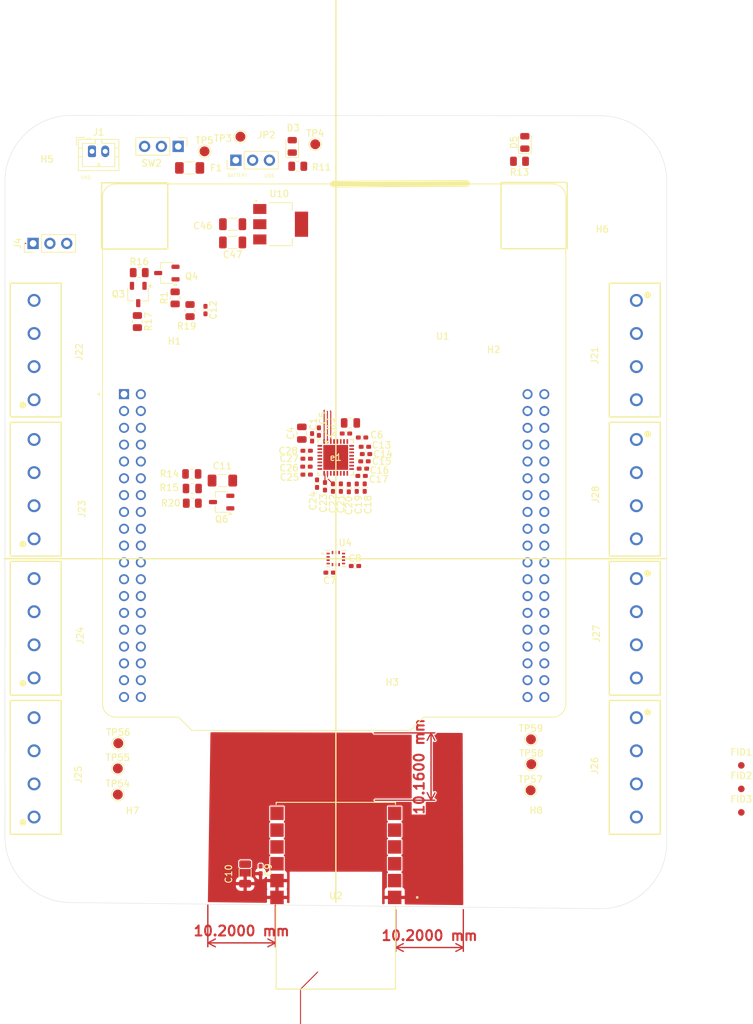
<source format=kicad_pcb>
(kicad_pcb (version 20241229) (generator "pcbnew") (generator_version "9.0")
  (layers (0 "F.Cu" signal) (4 "In1.Cu" signal) (6 "In2.Cu" signal) (2 "B.Cu" signal) (13 "F.Paste" user) (15 "B.Paste" user) (5 "F.SilkS" user "F.Silkscreen") (7 "B.SilkS" user "B.Silkscreen") (1 "F.Mask" user) (3 "B.Mask" user) (25 "Edge.Cuts" user))
  (net 0 "")
  (net 1 "+3.3V")
  (net 2 "GND")
  (net 3 "Net-(e1-REGCAPD)")
  (net 4 "Net-(e1-REGCAPA)")
  (net 5 "+5V")
  (net 6 "+V_batt")
  (net 7 "Net-(J4-Pin_1)")
  (net 8 "/Application/AIN10")
  (net 9 "Net-(Q3-D)")
  (net 10 "/PC0_ADC12_IN10")
  (net 11 "/Application/AIN5")
  (net 12 "/Application/AIN15")
  (net 13 "/PB13_SPI2_SCK")
  (net 14 "+5V_External_LDO")
  (net 15 "+5V_USB")
  (net 16 "/Application/AIN9")
  (net 17 "Net-(J4-Pin_2)")
  (net 18 "/Application/AIN3")
  (net 19 "/Application/AIN4")
  (net 20 "/Application/AIN0")
  (net 21 "/PB14_SPI2_MISO")
  (net 22 "Net-(J4-Pin_3)")
  (net 23 "/Application/AIN12")
  (net 24 "/PC3_GPIO")
  (net 25 "/Application/AIN14")
  (net 26 "/Application/AIN8")
  (net 27 "/Application/AIN6")
  (net 28 "/PB15_SPI2_MOSI")
  (net 29 "Net-(Q4-D)")
  (net 30 "/Application/AIN1")
  (net 31 "/Application/AIN7")
  (net 32 "/Application/AIN2")
  (net 33 "/Application/AIN11")
  (net 34 "/Application/AIN13")
  (net 35 "/PA0_GPIO")
  (net 36 "/PA1_GPIO")
  (net 37 "Net-(SW2-K)")
  (net 41 "/PB0_GPIO")
  (net 43 "/PC4_GPIO")
  (net 44 "/PC2_GPIO")
  (net 46 "/PB2_GPIO")
  (net 47 "/PB1_GPIO")
  (net 49 "/PC1_GPIO")
  (net 52 "Net-(Q6-S)")
  (net 53 "/Application/+StrainV")
  (net 59 "/Controller1/AVDD_NUCLEO")
  (net 60 "/Controller1/PB6{slash}LPTIM1_ETR{slash}TIM4_CH1{slash}TIM8_BKIN2{slash}I2C1_SCL{slash}DFSDM1_DATIN5{slash}USART1_TX{slash}COMP2_INP")
  (net 61 "/Controller1/PB8{slash}TIM4_CH3{slash}I2C1_SCL{slash}DFSDM1_DATIN6")
  (net 62 "/Controller1/PA3{slash}TIM2_CH4{slash}TIM5_CH4{slash}USART2_RX{slash}OPAMP1_VOUT{slash}ADC12_IN8")
  (net 63 "/Controller1/PB3{slash}JTDO-TRACESWO{slash}TIM2_CH2{slash}SPI1_SCK{slash}SPI3_SCK{slash}USART1_RTS_DE{slash}COMP2_INM")
  (net 64 "/Controller1/PA12{slash}TIM1_ETR{slash}USART1_RTS_DE")
  (net 65 "/Controller1/PA13{slash}JTMS-SWDIO{slash}IR_OUT")
  (net 66 "/Controller1/PA7{slash}TIM1_CH1N{slash}TIM3_CH2{slash}TIM8_CH1N{slash}SPI1_MOSI{slash}OPAMP2_VINM{slash}ADC12_IN12")
  (net 67 "/Controller1/PB11{slash}TIM2_CH4{slash}I2C2_SDA{slash}DFSDM1_CKIN7{slash}USART3_RX")
  (net 68 "/Controller1/PD2{slash}TIM3_ETR{slash}USART3_RTS_DE")
  (net 69 "/Controller1/PB5{slash}LPTIM1_IN1{slash}TIM3_CH2{slash}I2C1_SMBA{slash}SPI1_MOSI{slash}SPI3_MOSI{slash}USART1_CK")
  (net 70 "/Controller1/PC10{slash}SPI3_SCK{slash}USART3_TX")
  (net 71 "/Controller1/PA8{slash}MCO{slash}TIM1_CH1{slash}USART1_CK")
  (net 72 "/Controller1/VBAT_PIN_NUCLEO")
  (net 73 "/Controller1/PA5_LED2{slash}TIM2_CH1{slash}TIM2_ETR{slash}TIM8_CH1N{slash}SPI1_SCK{slash}ADC12_IN10{slash}DAC1_OUT2")
  (net 74 "/Controller1/PB10{slash}TIM2_CH3{slash}I2C2_SCL{slash}SPI2_SCK{slash}DFSDM1_DATIN7{slash}USART3_TX")
  (net 75 "/Controller1/PC12{slash}SPI3_MOSI{slash}USART3_CK")
  (net 76 "/Controller1/PB4{slash}NJTRST{slash}TIM3_CH1{slash}SPI1_MISO{slash}SPI3_MISO{slash}USART1_CTS{slash}COMP2_INP")
  (net 77 "/Controller1/PH1{slash}OSC_OUT")
  (net 78 "/Controller1/PA9{slash}TIM1_CH2{slash}USART1_TX{slash}OTG_FS_VBUS")
  (net 79 "/Controller1/IOREF")
  (net 80 "/Controller1/PC15{slash}OSC32_OUT")
  (net 81 "/Controller1/VIN_NUCLEO")
  (net 82 "/Controller1/PA14{slash}JTCK-SWCLK")
  (net 83 "/Controller1/PA2{slash}TIM2_CH3{slash}TIM5_CH3{slash}USART2_TX{slash}ADC12_IN7{slash}WKUP4{slash}LSCO")
  (net 84 "/Controller1/PA10{slash}TIM1_CH3{slash}USART1_RX")
  (net 85 "/Controller1/PC13{slash}RTC_TAMP1{slash}RTC_TS{slash}RTC_OUT{slash}WKUP2")
  (net 86 "/Controller1/PA15{slash}JTDI{slash}TIM2_CH1{slash}TIM2_ETR{slash}SPI1_NSS{slash}SPI3_NSS")
  (net 87 "/Controller1/PB7{slash}LPTIM1_IN2{slash}TIM4_CH2{slash}TIM8_BKIN{slash}I2C1_SDA{slash}DFSDM1_CKIN5{slash}USART1_RX{slash}COMP2_INM{slash}PVD_IN")
  (net 88 "/Controller1/E5V_NUCLEO")
  (net 89 "/Controller1/PC9{slash}TIM8_BKIN2{slash}TIM3_CH4{slash}TIM8_CH4")
  (net 90 "/Controller1/PC6{slash}TIM3_CH1{slash}TIM8_CH1{slash}DFSDM1_CKIN3")
  (net 91 "/Controller1/PA6{slash}TIM1_BKIN{slash}TIM3_CH1{slash}TIM8_BKIN{slash}SPI1_MISO{slash}USART3_CTS{slash}OPAMP2_VINP{slash}ADC12_IN11")
  (net 92 "/Controller1/PC8{slash}TIM3_CH3{slash}TIM8_CH3")
  (net 93 "/Controller1/PH0{slash}OSC_IN")
  (net 94 "/Controller1/PB9{slash}IR_OUT{slash}TIM4_CH4{slash}I2C1_SDA{slash}SPI2_NSS{slash}DFSDM1_CKIN6")
  (net 95 "/Controller1/PB12{slash}TIM1_BKIN{slash}TIM1_BKIN_COMP2{slash}I2C2_SMBA{slash}SPI2_NSS{slash}DFSDM1_DATIN1{slash}USART3_CK")
  (net 96 "/Controller1/PC7{slash}TIM3_CH2{slash}TIM8_CH2{slash}DFSDM1_DATIN3")
  (net 97 "/Controller1/PC11{slash}SPI3_MISO{slash}USART3_RX")
  (net 98 "/Controller1/BOOT0")
  (net 99 "/Controller1/~{RESET}")
  (net 100 "/Controller1/PA4{slash}SPI1_NSS{slash}SPI3_NSS{slash}USART2_CK{slash}ADC12_IN9{slash}DAC1_OUT1")
  (net 101 "/Controller1/PC14{slash}OSC32_IN")
  (net 102 "/Controller1/PA11{slash}TIM1_CH4{slash}TIM1_BKIN2{slash}USART1_CTS")
  (net 103 "/PC5_GPIO")
  (net 104 "Net-(D5-K)")
  (net 105 "Net-(J1-Pin_2)")
  (footprint "Connector_JST:JST_PH_B2B-PH-K_1x02_P2.00mm_Vertical" (layer "F.Cu") (at 124.18 38.38)
    (property "Reference" "J1")
    (property "Value" "Battery connector")
  )
  (footprint "Capacitor_SMD:C_0805_2012Metric" (layer "F.Cu") (at 163.23 79.38)
    (property "Reference" "C3")
    (property "Value" "1uF")
  )
  (footprint "MountingHole:MountingHole_3.2mm_M3" (layer "F.Cu") (at 184.858 72.511)
    (property "Reference" "H2")
    (property "Value" "MountingHole")
  )
  (footprint "MountingHole:MountingHole_4.3mm_M4" (layer "F.Cu") (at 191.28 143.18)
    (property "Reference" "H8")
    (property "Value" "MountingHole")
  )
  (footprint "Capacitor_SMD:C_0402_1005Metric_Pad0.74x0.62mm_HandSolder" (layer "F.Cu") (at 163.9125 100.98)
    (property "Reference" "C8")
    (property "Value" "0.1uF")
  )
  (footprint "Capacitor_SMD:C_0402_1005Metric_Pad0.74x0.62mm_HandSolder" (layer "F.Cu") (at 160.08 101.98)
    (property "Reference" "C7")
    (property "Value" "0.1uF")
  )
  (footprint "MountingHole:MountingHole_4.3mm_M4" (layer "F.Cu") (at 201.28 44.58)
    (property "Reference" "H6")
    (property "Value" "MountingHole")
  )
  (footprint "Resistor_SMD:R_0805_2012Metric" (layer "F.Cu") (at 155.2675 40.63)
    (property "Reference" "R11")
    (property "Value" "330 +-5%")
  )
  (footprint "Capacitor_SMD:C_0402_1005Metric_Pad0.74x0.62mm_HandSolder" (layer "F.Cu") (at 157.43 81.5525 90)
    (property "Reference" "C1")
    (property "Value" "0.1uF")
  )
  (footprint "MountingHole:MountingHole_4.3mm_M4" (layer "F.Cu") (at 130.3 143.21)
    (property "Reference" "H7")
    (property "Value" "MountingHole")
  )
  (footprint "Package_TO_SOT_SMD:TSOT-23" (layer "F.Cu") (at 135.4864 56.7528 180)
    (property "Reference" "Q4")
    (property "Value" "PMOS")
  )
  (footprint "Capacitor_SMD:C_0402_1005Metric_Pad0.74x0.62mm_HandSolder" (layer "F.Cu") (at 149.6536 146.8568 -90)
    (property "Reference" "C9")
    (property "Value" "0.1uF")
  )
  (footprint "TestPoint:TestPoint_Pad_D1.5mm" (layer "F.Cu") (at 146.6056 36.1636)
    (property "Reference" "TP3")
    (property "Value" "TestPoint")
  )
  (footprint "Capacitor_SMD:C_0402_1005Metric_Pad0.74x0.62mm_HandSolder" (layer "F.Cu") (at 165.3475 85.18)
    (property "Reference" "C15")
    (property "Value" "0.1uF")
  )
  (footprint "691137710004:691137710004" (layer "F.Cu") (at 206.43 110.38 -90)
    (property "Reference" "J27")
    (property "Value" "StrainConn")
  )
  (footprint "TestPoint:TestPoint_Pad_D1.5mm" (layer "F.Cu") (at 190.55 130.9)
    (property "Reference" "TP58")
    (property "Value" "TestPoint")
  )
  (footprint "Capacitor_SMD:C_0402_1005Metric_Pad0.74x0.62mm_HandSolder" (layer "F.Cu") (at 158.18 88.5475 -90)
    (property "Reference" "C24")
    (property "Value" "0.1uF")
  )
  (footprint "Connector_PinHeader_2.54mm:PinHeader_1x03_P2.54mm_Vertical" (layer "F.Cu") (at 145.9094 39.7196 90)
    (property "Reference" "JP2")
    (property "Value" "Jumper_3_Bridged12")
  )
  (footprint "TestPoint:TestPoint_Pad_D1.5mm" (layer "F.Cu") (at 190.5 127.15)
    (property "Reference" "TP59")
    (property "Value" "TestPoint")
  )
  (footprint "Capacitor_SMD:C_0402_1005Metric_Pad0.74x0.62mm_HandSolder" (layer "F.Cu") (at 158.46 80.6925 90)
    (property "Reference" "C5")
    (property "Value" "0.1uF")
  )
  (footprint "Resistor_SMD:R_1206_3216Metric_Pad1.30x1.75mm_HandSolder" (layer "F.Cu") (at 138.93 40.88 180)
    (property "Reference" "F1")
    (property "Value" "Polyfuse")
  )
  (footprint "Capacitor_SMD:C_0402_1005Metric_Pad0.74x0.62mm_HandSolder" (layer "F.Cu") (at 156.58 85.98 180)
    (property "Reference" "C26")
    (property "Value" "0.1uF")
  )
  (footprint "TestPoint:TestPoint_Pad_D1.5mm" (layer "F.Cu") (at 190.45 134.84)
    (property "Reference" "TP57")
    (property "Value" "TestPoint")
  )
  (footprint "Capacitor_SMD:C_0402_1005Metric_Pad0.74x0.62mm_HandSolder" (layer "F.Cu") (at 160.58 89.1475 -90)
    (property "Reference" "C22")
    (property "Value" "0.1uF")
  )
  (footprint "MRF89XAM9AT-antenna:MOD_MRF89XAM9A_MCH" (layer "F.Cu") (at 161.02 150.76 180)
    (property "Reference" "U2")
    (property "Value" "MRF89XAM9AT-I/RM")
  )
  (footprint "Capacitor_SMD:C_1206_3216Metric" (layer "F.Cu") (at 145.43 52.13 180)
    (property "Reference" "C47")
    (property "Value" "10uF")
  )
  (footprint "MountingHole:MountingHole_3.2mm_M3" (layer "F.Cu") (at 169.68 123.38)
    (property "Reference" "H3")
    (property "Value" "MountingHole")
  )
  (footprint "691137710004:691137710004" (layer "F.Cu") (at 115.43 110.38 90)
    (property "Reference" "J24")
    (property "Value" "StrainConn")
  )
  (footprint "AD7124-8BCPZ-RL7-adc:CP-32-12_ADI-L" (layer "F.Cu") (at 161.0037 84.5856)
    (property "Reference" "e1")
    (property "Value" "AD7124-8BCPZ-RL7-adc")
  )
  (footprint "Capacitor_SMD:C_0402_1005Metric_Pad0.74x0.62mm_HandSolder" (layer "F.Cu") (at 159.38 88.9475 -90)
    (property "Reference" "C23")
    (property "Value" "0.1uF")
  )
  (footprint "Capacitor_SMD:C_1206_3216Metric" (layer "F.Cu") (at 147.3168 147.4664 -90)
    (property "Reference" "C10")
    (property "Value" "10uF")
  )
  (footprint "691137710004:691137710004" (layer "F.Cu") (at 206.43 89.38 -90)
    (property "Reference" "J28")
    (property "Value" "StrainConn")
  )
  (footprint "Capacitor_SMD:C_0402_1005Metric_Pad0.74x0.62mm_HandSolder" (layer "F.Cu") (at 156.6125 83.58 180)
    (property "Reference" "C28")
    (property "Value" "0.1uF")
  )
  (footprint "TestPoint:TestPoint_Pad_D1.5mm" (layer "F.Cu") (at 141.18 38.38)
    (property "Reference" "TP5")
    (property "Value" "TestPoint")
  )
  (footprint "Capacitor_SMD:C_0402_1005Metric_Pad0.74x0.62mm_HandSolder" (layer "F.Cu") (at 165.1125 86.28)
    (property "Reference" "C16")
    (property "Value" "0.1uF")
  )
  (footprint "Capacitor_SMD:C_0402_1005Metric_Pad0.74x0.62mm_HandSolder" (layer "F.Cu") (at 165.58 84.08)
    (property "Reference" "C14")
    (property "Value" "0.1uF")
  )
  (footprint "Resistor_SMD:R_0805_2012Metric" (layer "F.Cu") (at 131.3129 56.6868)
    (property "Reference" "R16")
    (property "Value" "10K +-5%")
  )
  (footprint "691137710004:691137710004" (layer "F.Cu") (at 206.43 68.38 -90)
    (property "Reference" "J21")
    (property "Value" "StrainConn")
  )
  (footprint "Capacitor_SMD:C_0402_1005Metric_Pad0.74x0.62mm_HandSolder" (layer "F.Cu") (at 164.98 81.58)
    (property "Reference" "C6")
    (property "Value" "0.1uF")
  )
  (footprint "Capacitor_SMD:C_0805_2012Metric" (layer "F.Cu") (at 155.88 80.93 90)
    (property "Reference" "C4")
    (property "Value" "1uF")
  )
  (footprint "Capacitor_SMD:C_1206_3216Metric" (layer "F.Cu") (at 145.43 49.38 180)
    (property "Reference" "C46")
    (property "Value" "10uF")
  )
  (footprint "Capacitor_SMD:C_0402_1005Metric_Pad0.74x0.62mm_HandSolder" (layer "F.Cu") (at 141.3224 62.3408 -90)
    (property "Reference" "C12")
    (property "Value" "0.1uF")
  )
  (footprint "Connector_PinHeader_2.54mm:PinHeader_1x03_P2.54mm_Vertical" (layer "F.Cu") (at 115.28 52.28 90)
    (property "Reference" "J4")
    (property "Value" "Conn_01x03")
  )
  (footprint "ICM-45605:XDCR_ICM-45605" (layer "F.Cu") (at 161.0175 99.8536)
    (property "Reference" "U4")
    (property "Value" "ICM-45605")
  )
  (footprint "Capacitor_SMD:C_0402_1005Metric_Pad0.74x0.62mm_HandSolder" (layer "F.Cu") (at 156.6125 84.78 180)
    (property "Reference" "C27")
    (property "Value" "0.1uF")
  )
  (footprint "Package_TO_SOT_SMD:TSOT-23" (layer "F.Cu") (at 143.77 91.33 180)
    (property "Reference" "Q6")
    (property "Value" "PMOS")
  )
  (footprint "LED_SMD:LED_0805_2012Metric" (layer "F.Cu") (at 154.43 37.63 90)
    (property "Reference" "D3")
    (property "Value" "BLUE LED")
  )
  (footprint "Capacitor_SMD:C_0402_1005Metric_Pad0.74x0.62mm_HandSolder" (layer "F.Cu") (at 162.5475 80.98)
    (property "Reference" "C2")
    (property "Value" "0.1uF")
  )
  (footprint "691137710004:691137710004" (layer "F.Cu") (at 115.43 89.38 90)
    (property "Reference" "J23")
    (property "Value" "StrainConn")
  )
  (footprint "Package_TO_SOT_SMD:TSOT-23" (layer "F.Cu") (at 131.1624 59.9888 -90)
    (property "Reference" "Q3")
    (property "Value" "NMOS")
  )
  (footprint "691137710004:691137710004" (layer "F.Cu") (at 115.43 68.38 90)
    (property "Reference" "J22")
    (property "Value" "StrainConn")
  )
  (footprint "TestPoint:TestPoint_Pad_D1.5mm" (layer "F.Cu") (at 128.08 131.55)
    (property "Reference" "TP55")
    (property "Value" "TestPoint")
  )
  (footprint "TestPoint:TestPoint_Pad_D1.5mm" (layer "F.Cu") (at 128.08 135.49)
    (property "Reference" "TP54")
    (property "Value" "TestPoint")
  )
  (footprint "Connector_PinHeader_2.54mm:PinHeader_1x03_P2.54mm_Vertical" (layer "F.Cu") (at 137.205 37.63 -90)
    (property "Reference" "SW2")
    (property "Value" "SW_SPST_LED")
  )
  (footprint "Capacitor_SMD:C_0402_1005Metric_Pad0.74x0.62mm_HandSolder" (layer "F.Cu") (at 162.98 89.2125 -90)
    (property "Reference" "C20")
    (property "Value" "0.1uF")
  )
  (footprint "Capacitor_SMD:C_0805_2012Metric" (layer "F.Cu") (at 139.33 89.28 180)
    (property "Reference" "R15")
    (property "Value" "0K +-1%")
  )
  (footprint "Fiducial:Fiducial_1mm_Mask2mm" (layer "F.Cu") (at 222.28 134.63)
    (property "Reference" "FID2")
    (property "Value" "Fiducial")
  )
  (footprint "Capacitor_SMD:C_0402_1005Metric_Pad0.74x0.62mm_HandSolder" (layer "F.Cu") (at 164.9125 87.38)
    (property "Reference" "C17")
    (property "Value" "0.1uF")
  )
  (footprint "Capacitor_SMD:C_0402_1005Metric_Pad0.74x0.62mm_HandSolder" (layer "F.Cu") (at 156.6125 87.18 180)
    (property "Reference" "C25")
    (property "Value" "0.1uF")
  )
  (footprint "Resistor_SMD:R_0805_2012Metric" (layer "F.Cu") (at 139.335 91.496036)
    (property "Reference" "R20")
    (property "Value" "10K +-5%")
  )
  (footprint "MountingHole:MountingHole_3.2mm_M3" (layer "F.Cu") (at 136.63 71.23)
    (property "Reference" "H1")
    (property "Value" "MountingHole")
  )
  (footprint "LED_SMD:LED_0805_2012Metric" (layer "F.Cu") (at 189.5784 37.0352 90)
    (property "Reference" "D5")
    (property "Value" "RED LED")
  )
  (footprint "NCP1117LPST50T3G:SOT230P700X180-4N" (layer "F.Cu") (at 152.68 49.38)
    (property "Reference" "U10")
    (property "Value" "NCP1117LPST50T3G")
  )
  (footprint "Capacitor_SMD:C_0402_1005Metric_Pad0.74x0.62mm_HandSolder" (layer "F.Cu") (at 165.4125 82.98)
    (property "Reference" "C13")
    (property "Value" "0.1uF")
  )
  (footprint "Resistor_SMD:R_0805_2012Metric" (layer "F.Cu") (at 131.0354 64.0763 -90)
    (property "Reference" "R17")
    (property "Value" "10K +-5%")
  )
  (footprint "Fiducial:Fiducial_1mm_Mask2mm" (layer "F.Cu") (at 222.28 131.08)
    (property "Reference" "FID1")
    (property "Value" "Fiducial")
  )
  (footprint "TestPoint:TestPoint_Pad_D1.5mm" (layer "F.Cu") (at 128.15 127.74)
    (property "Reference" "TP56")
    (property "Value" "TestPoint")
  )
  (footprint "Capacitor_SMD:C_0805_2012Metric" (layer "F.Cu") (at 139.26 87.08 180)
    (property "Reference" "R14")
    (property "Value" "0K +-1%")
  )
  (footprint "Capacitor_SMD:C_1206_3216Metric_Pad1.33x1.80mm_HandSolder" (layer "F.Cu") (at 143.88 88.08 180)
    (property "Reference" "C11")
    (property "Value" "100uF")
  )
  (footprint "Capacitor_SMD:C_0402_1005Metric_Pad0.74x0.62mm_HandSolder" (layer "F.Cu") (at 161.78 89.1475 -90)
    (property "Reference" "C21")
    (property "Value" "0.1uF")
  )
  (footprint "Fiducial:Fiducial_1mm_Mask2mm" (layer "F.Cu") (at 222.28 138.18)
    (property "Reference" "FID3")
    (property "Value" "Fiducial")
  )
  (footprint "Resistor_SMD:R_0805_2012Metric" (layer "F.Cu") (at 136.7364 60.5028 90)
    (property "Reference" "R1")
    (property "Value" "15K +-1%")
  )
  (footprint "MountingHole:MountingHole_4.3mm_M4" (layer "F.Cu") (at 117.68 45.18)
    (property "Reference" "H5")
    (property "Value" "MountingHole")
  )
  (footprint "691137710004:691137710004" (layer "F.Cu") (at 115.43 131.38 90)
    (property "Reference" "J25")
    (property "Value" "StrainConn")
  )
  (footprint "Capacitor_SMD:C_0402_1005Metric_Pad0.74x0.62mm_HandSolder" (layer "F.Cu") (at 164.18 89.1475 -90)
    (property "Reference" "C19")
    (property "Value" "0.1uF")
  )
  (footprint "Capacitor_SMD:C_0402_1005Metric_Pad0.74x0.62mm_HandSolder" (layer "F.Cu") (at 165.38 89.1475 -90)
    (property "Reference" "C18")
    (property "Value" "0.1uF")
  )
  (footprint "TestPoint:TestPoint_Pad_D1.5mm" (layer "F.Cu") (at 157.91 37.31)
    (property "Reference" "TP4")
    (property "Value" "TestPoint")
  )
  (footprint "Resistor_SMD:R_0805_2012Metric" (layer "F.Cu") (at 188.7675 39.88 180)
    (property "Reference" "R13")
    (property "Value" "330 +-5%")
  )
  (footprint "NUCLEO-L476RG:MODULE_NUCLEO-L476RG" (layer "F.Cu") (at 160.77 84.55)
    (property "Reference" "U1")
    (property "Value" "NUCLEO-L476RG")
  )
  (footprint "Resistor_SMD:R_0805_2012Metric" (layer "F.Cu") (at 138.9864 62.4153 90)
    (property "Reference" "R19")
    (property "Value" "3.3K +-1%")
  )
  (footprint "691137710004:691137710004" (layer "F.Cu") (at 206.43 131.38 -90)
    (property "Reference" "J26")
    (property "Value" "StrainConn")
  )
  (gr_rect (start 185.9756 43.0724) (end 195.9756 53.0724) (stroke (width 0.2)) (fill no) (layer "F.SilkS"))
  (gr_line (start 210.88 99.88) (end 110.88 99.88) (stroke (width 0.2)) (layer "F.SilkS"))
  (gr_line (start 180.794 43.2248) (end 160.6264 43.3264) (stroke (width 1)) (layer "F.SilkS"))
  (gr_line (start 161.021541 151.703617) (end 161.034041 15.629617) (stroke (width 0.2)) (layer "F.SilkS"))
  (gr_rect (start 125.6252 43.1232) (end 135.6252 53.1232) (stroke (width 0.2)) (fill no) (layer "F.SilkS"))
  (gr_line (start 211.022616 43.171599) (end 211.021535 142.710665) (stroke (width 0.05)) (layer "Edge.Cuts"))
  (gr_line (start 121.218511 151.794212) (end 201.01085 152.7198) (stroke (width 0.05)) (layer "Edge.Cuts"))
  (gr_arc (start 211.018439 142.710665) (mid 208.087378 149.787646) (end 201.01085 152.7198) (stroke (width 0.05)) (layer "Edge.Cuts"))
  (gr_arc (start 200.87 33) (mid 208.099397 35.939179) (end 211.022616 43.175044) (stroke (width 0.05)) (layer "Edge.Cuts"))
  (gr_line (start 121.204781 32.952384) (end 200.87 32.999248) (stroke (width 0.05)) (layer "Edge.Cuts"))
  (gr_arc (start 121.218528 151.794212) (mid 113.96063 148.873204) (end 111.021548 141.622606) (stroke (width 0.05)) (layer "Edge.Cuts"))
  (gr_line (start 111.03 43.104996) (end 111.021548 141.622606) (stroke (width 0.05)) (layer "Edge.Cuts"))
  (gr_arc (start 111.03 43.105) (mid 113.969179 35.875603) (end 121.205044 32.952384) (stroke (width 0.05)) (layer "Edge.Cuts"))
  (gr_text "USB" (at 150.1616 42.3612 0) (layer "F.SilkS") (effects (font (size 0.5 0.5) (thickness 0.0625) (bold yes)) (justify left bottom)))
  (gr_text "GND\n" (at 122.43 42.63 0) (layer "F.SilkS") (effects (font (size 0.5 0.5) (thickness 0.0625) (bold yes)) (justify left bottom)))
  (gr_text "BATTERY" (at 144.5736 42.3104 0) (layer "F.SilkS") (effects (font (size 0.5 0.5) (thickness 0.0625) (bold yes)) (justify left bottom)))
  (dimension (type orthogonal) (layer "F.Cu") (pts (xy 170.08 152.38) (xy 180.28 152.36274)) (height 6.2) (orientation 0) (format (prefix "") (suffix "") (units 3) (units_format 1) (precision 4)) (style (thickness 0.2) (arrow_length 1.27) (text_position_mode 0) (arrow_direction outward) (extension_height 0.58642) (extension_offset 0.5) (keep_text_aligned yes)) (gr_text "10.2000 mm" (at 175.18 156.78 0) (layer "F.Cu") (effects (font (size 1.5 1.5) (thickness 0.3)))))
  (dimension (type orthogonal) (layer "F.Cu") (pts (xy 166.316 126.1812) (xy 166.4684 136.3412)) (height 9.0932) (orientation 1) (format (prefix "") (suffix "") (units 3) (units_format 1) (precision 4)) (style (thickness 0.2) (arrow_length 1.27) (text_position_mode 0) (arrow_direction outward) (extension_height 0.58642) (extension_offset 0.5) (keep_text_aligned yes)) (gr_text "10.1600 mm" (at 173.6092 131.2612 90) (layer "F.Cu") (effects (font (size 1.5 1.5) (thickness 0.3)))))
  (dimension (type orthogonal) (layer "F.Cu") (pts (xy 141.68 151.68) (xy 151.88 151.66274)) (height 6.2) (orientation 0) (format (prefix "") (suffix "") (units 3) (units_format 1) (precision 4)) (style (thickness 0.2) (arrow_length 1.27) (text_position_mode 0) (arrow_direction outward) (extension_height 0.58642) (extension_offset 0.5) (keep_text_aligned yes)) (gr_text "10.2000 mm" (at 146.78 156.08 0) (layer "F.Cu") (effects (font (size 1.5 1.5) (thickness 0.3)))))
  (segment (start 155.68 170.08) (end 155.68 164.88) (width 0.15) (layer "F.Cu") (net 0))
  (segment (start 114.08 52.28) (end 114.2016 52.28) (width 0.15) (layer "F.Cu") (net 0))
  (segment (start 137.26 72.23) (end 137.26 71.93) (width 0.15) (layer "F.Cu") (net 0))
  (segment (start 155.68 164.88) (end 158.28 162.28) (width 0.15) (layer "F.Cu") (net 0))
  (segment (start 159.7537 82.1853) (end 159.7537 77.6537) (width 0.15) (layer "F.Cu") (net 7))
  (segment (start 159.7537 77.6537) (end 159.72 77.62) (width 0.15) (layer "F.Cu") (net 7))
  (segment (start 159.38 87.112199) (end 159.253701 86.9859) (width 0.15) (layer "F.Cu") (net 11))
  (segment (start 159.38 88.38) (end 159.38 87.112199) (width 0.15) (layer "F.Cu") (net 11))
  (segment (start 160.253699 82.1853) (end 160.253699 77.633699) (width 0.15) (layer "F.Cu") (net 13))
  (segment (start 160.253699 77.633699) (end 160.18 77.56) (width 0.15) (layer "F.Cu") (net 13))
  (segment (start 159.253701 77.466299) (end 159.253701 82.1853) (width 0.15) (layer "F.Cu") (net 24))
  (segment (start 159.28 77.44) (end 159.253701 77.466299) (width 0.15) (layer "F.Cu") (net 24))
  (segment (start 160.58 88.58) (end 159.7537 87.7537) (width 0.15) (layer "F.Cu") (net 27))
  (segment (start 159.7537 87.7537) (end 159.7537 86.9859) (width 0.15) (layer "F.Cu") (net 27))
  (zone (net 0) (net_name "") (layer "F.Cu") (connect_pads (clearance 0)) (min_thickness 0.25)
    (keepout (tracks not_allowed) (vias not_allowed) (pads not_allowed) (copperpour not_allowed) (footprints not_allowed))
    (fill (thermal_gap 0.5) (thermal_bridge_width 0.5))
    (polygon (pts (xy 125.6252 43.1232) (xy 125.6252 53.08) (xy 135.6836 53.0292) (xy 135.6836 43.0724)))
  )
  (zone (net 0) (net_name "") (layer "F.Cu") (connect_pads (clearance 0)) (min_thickness 0.25)
    (keepout (tracks not_allowed) (vias not_allowed) (pads not_allowed) (copperpour not_allowed) (footprints not_allowed))
    (fill (thermal_gap 0.5) (thermal_bridge_width 0.5))
    (polygon (pts (xy 160.8716 33.4308) (xy 160.8716 43.3876) (xy 181.43 43.283769) (xy 181.43 33.326969)))
  )
  (zone (net 0) (net_name "") (layer "F.Cu") (connect_pads (clearance 0)) (min_thickness 0.25)
    (keepout (tracks not_allowed) (vias not_allowed) (pads not_allowed) (copperpour not_allowed) (footprints not_allowed))
    (fill (thermal_gap 0.5) (thermal_bridge_width 0.5))
    (polygon (pts (xy 185.9248 43.0724) (xy 185.9248 53.0292) (xy 195.9832 52.9784) (xy 195.9832 43.0216)))
  )
  (zone (net 2) (net_name "GND") (layer "F.Cu") (priority 1) (connect_pads (clearance 0.15)) (min_thickness 0.25) (fill yes (thermal_gap 0.5) (thermal_bridge_width 0.5))
    (polygon (pts (xy 180.28 152.36274) (xy 141.68 152.08) (xy 142.08 126.08) (xy 180.18 126.1812)))
  )
  (zone (net 0) (net_name "") (layers "F.Cu" "Edge.Cuts") (connect_pads (clearance 0)) (min_thickness 0.25)
    (keepout (tracks not_allowed) (vias not_allowed) (pads not_allowed) (copperpour not_allowed) (footprints allowed))
    (fill (thermal_gap 0.5) (thermal_bridge_width 0.5))
    (polygon (pts (xy 154.039888 147.121524) (xy 154.019888 152.121524) (xy 168.009888 152.19853) (xy 168.009888 147.131524)))
  )
)
</source>
